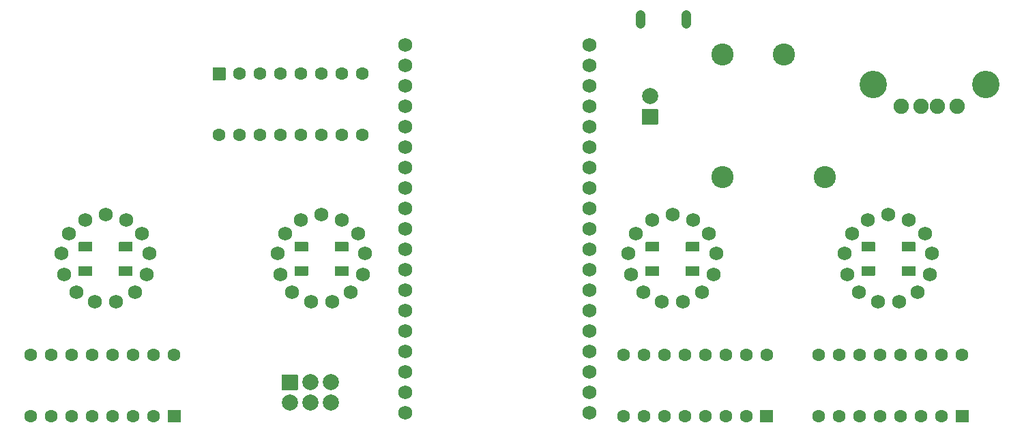
<source format=gts>
G04 Layer: TopSolderMaskLayer*
G04 EasyEDA v6.5.9, 2022-07-24 14:24:57*
G04 f987cc21297445cdbeb1743f52e6d1e3,55142d4dae0f4ab4aabfa0547b1eedf3,10*
G04 Gerber Generator version 0.2*
G04 Scale: 100 percent, Rotated: No, Reflected: No *
G04 Dimensions in millimeters *
G04 leading zeros omitted , absolute positions ,4 integer and 5 decimal *
%FSLAX45Y45*%
%MOMM*%

%ADD10C,1.1532*%
%ADD11C,2.0032*%
%ADD12C,1.9032*%
%ADD13C,3.4032*%
%ADD14C,1.7272*%
%ADD15C,1.6002*%
%ADD16C,2.7432*%
%ADD17C,0.0104*%

%LPD*%
D10*
X8505901Y-435899D02*
G01*
X8505901Y-325899D01*
X9070898Y-435899D02*
G01*
X9070898Y-325899D01*
D11*
G01*
X4660900Y-5143500D03*
G01*
X4660900Y-4889500D03*
G01*
X4406900Y-5143500D03*
G01*
X4406900Y-4889500D03*
G01*
X4152900Y-5143500D03*
G36*
X4062900Y-4989659D02*
G01*
X4059852Y-4989151D01*
X4056804Y-4987627D01*
X4054772Y-4985595D01*
X4053248Y-4982547D01*
X4052740Y-4979499D01*
X4052824Y-4979415D01*
X4052824Y-4799584D01*
X4052740Y-4799500D01*
X4053248Y-4796452D01*
X4054772Y-4793404D01*
X4056804Y-4791372D01*
X4059852Y-4789848D01*
X4062900Y-4789340D01*
X4062984Y-4789423D01*
X4242815Y-4789423D01*
X4242899Y-4789340D01*
X4245947Y-4789848D01*
X4248995Y-4791372D01*
X4251027Y-4793404D01*
X4252551Y-4796452D01*
X4253059Y-4799500D01*
X4252975Y-4799584D01*
X4252975Y-4979415D01*
X4253059Y-4979499D01*
X4252551Y-4982547D01*
X4251027Y-4985595D01*
X4248995Y-4987627D01*
X4245947Y-4989151D01*
X4242899Y-4989659D01*
X4242815Y-4989576D01*
X4062984Y-4989576D01*
G37*
G01*
X8623300Y-1333500D03*
G36*
X8533300Y-1687659D02*
G01*
X8530252Y-1687151D01*
X8527204Y-1685627D01*
X8525172Y-1683595D01*
X8523648Y-1680547D01*
X8523140Y-1677499D01*
X8523224Y-1677415D01*
X8523224Y-1497584D01*
X8523140Y-1497500D01*
X8523648Y-1494452D01*
X8525172Y-1491404D01*
X8527204Y-1489372D01*
X8530252Y-1487848D01*
X8533300Y-1487340D01*
X8533384Y-1487423D01*
X8713215Y-1487423D01*
X8713299Y-1487340D01*
X8716347Y-1487848D01*
X8719395Y-1489372D01*
X8721427Y-1491404D01*
X8722951Y-1494452D01*
X8723459Y-1497500D01*
X8723375Y-1497584D01*
X8723375Y-1677415D01*
X8723459Y-1677499D01*
X8722951Y-1680547D01*
X8721427Y-1683595D01*
X8719395Y-1685627D01*
X8716347Y-1687151D01*
X8713299Y-1687659D01*
X8713215Y-1687576D01*
X8533384Y-1687576D01*
G37*
D12*
G01*
X12438379Y-1459356D03*
G01*
X12188443Y-1459356D03*
G01*
X11988545Y-1459356D03*
G01*
X11738356Y-1459356D03*
D13*
G01*
X11390375Y-1182243D03*
G01*
X12790424Y-1182243D03*
D14*
G01*
X5588000Y-5270500D03*
G01*
X5588000Y-5016500D03*
G01*
X5588000Y-4762500D03*
G01*
X5588000Y-4508500D03*
G01*
X5588000Y-4254500D03*
G01*
X5588000Y-4000500D03*
G01*
X5588000Y-3746500D03*
G01*
X5588000Y-3492500D03*
G01*
X5588000Y-3238500D03*
G01*
X5588000Y-2984500D03*
G01*
X5588000Y-2730500D03*
G01*
X5588000Y-2476500D03*
G01*
X5588000Y-2222500D03*
G01*
X5588000Y-1968500D03*
G01*
X5588000Y-1714500D03*
G01*
X5588000Y-1460500D03*
G01*
X5588000Y-1206500D03*
G01*
X5588000Y-952500D03*
G01*
X5588000Y-698500D03*
G01*
X7874000Y-698500D03*
G01*
X7874000Y-952500D03*
G01*
X7874000Y-1206500D03*
G01*
X7874000Y-1460500D03*
G01*
X7874000Y-1714500D03*
G01*
X7874000Y-1968500D03*
G01*
X7874000Y-2222500D03*
G01*
X7874000Y-2476500D03*
G01*
X7874000Y-2730500D03*
G01*
X7874000Y-2984500D03*
G01*
X7874000Y-3238500D03*
G01*
X7874000Y-3492500D03*
G01*
X7874000Y-3746500D03*
G01*
X7874000Y-4000500D03*
G01*
X7874000Y-4254500D03*
G01*
X7874000Y-4508500D03*
G01*
X7874000Y-4762500D03*
G01*
X7874000Y-5016500D03*
G01*
X7874000Y-5270500D03*
G36*
X2647950Y-5388610D02*
G01*
X2644902Y-5388102D01*
X2641854Y-5386578D01*
X2639822Y-5384545D01*
X2638297Y-5381497D01*
X2637790Y-5378450D01*
X2637790Y-5238750D01*
X2638297Y-5235702D01*
X2639822Y-5232654D01*
X2641854Y-5230621D01*
X2644902Y-5229097D01*
X2647950Y-5228589D01*
X2787650Y-5228589D01*
X2790697Y-5229097D01*
X2793745Y-5230621D01*
X2795777Y-5232654D01*
X2797302Y-5235702D01*
X2797809Y-5238750D01*
X2797809Y-5378450D01*
X2797302Y-5381497D01*
X2795777Y-5384545D01*
X2793745Y-5386578D01*
X2790697Y-5388102D01*
X2787650Y-5388610D01*
G37*
D15*
G01*
X2463800Y-5308600D03*
G01*
X2209800Y-5308600D03*
G01*
X1955800Y-5308600D03*
G01*
X1701800Y-5308600D03*
G01*
X1447800Y-5308600D03*
G01*
X1193800Y-5308600D03*
G01*
X939800Y-5308600D03*
G01*
X939800Y-4546600D03*
G01*
X1193800Y-4546600D03*
G01*
X1447800Y-4546600D03*
G01*
X1701800Y-4546600D03*
G01*
X1955800Y-4546600D03*
G01*
X2209800Y-4546600D03*
G01*
X2463800Y-4546600D03*
G01*
X2717800Y-4546600D03*
G36*
X3206750Y-1134110D02*
G01*
X3203702Y-1133602D01*
X3200654Y-1132078D01*
X3198622Y-1130045D01*
X3197097Y-1126997D01*
X3196590Y-1123950D01*
X3196590Y-984250D01*
X3197097Y-981202D01*
X3198622Y-978154D01*
X3200654Y-976121D01*
X3203702Y-974597D01*
X3206750Y-974089D01*
X3346450Y-974089D01*
X3349497Y-974597D01*
X3352545Y-976121D01*
X3354577Y-978154D01*
X3356102Y-981202D01*
X3356609Y-984250D01*
X3356609Y-1123950D01*
X3356102Y-1126997D01*
X3354577Y-1130045D01*
X3352545Y-1132078D01*
X3349497Y-1133602D01*
X3346450Y-1134110D01*
G37*
G01*
X3530600Y-1054100D03*
G01*
X3784600Y-1054100D03*
G01*
X4038600Y-1054100D03*
G01*
X4292600Y-1054100D03*
G01*
X4546600Y-1054100D03*
G01*
X4800600Y-1054100D03*
G01*
X5054600Y-1054100D03*
G01*
X5054600Y-1816100D03*
G01*
X4800600Y-1816100D03*
G01*
X4546600Y-1816100D03*
G01*
X4292600Y-1816100D03*
G01*
X4038600Y-1816100D03*
G01*
X3784600Y-1816100D03*
G01*
X3530600Y-1816100D03*
G01*
X3276600Y-1816100D03*
G36*
X10001250Y-5388610D02*
G01*
X9998202Y-5388102D01*
X9995154Y-5386578D01*
X9993122Y-5384545D01*
X9991597Y-5381497D01*
X9991090Y-5378450D01*
X9991090Y-5238750D01*
X9991597Y-5235702D01*
X9993122Y-5232654D01*
X9995154Y-5230621D01*
X9998202Y-5229097D01*
X10001250Y-5228589D01*
X10140950Y-5228589D01*
X10143997Y-5229097D01*
X10147045Y-5230621D01*
X10149077Y-5232654D01*
X10150602Y-5235702D01*
X10151109Y-5238750D01*
X10151109Y-5378450D01*
X10150602Y-5381497D01*
X10149077Y-5384545D01*
X10147045Y-5386578D01*
X10143997Y-5388102D01*
X10140950Y-5388610D01*
G37*
G01*
X9817100Y-5308600D03*
G01*
X9563100Y-5308600D03*
G01*
X9309100Y-5308600D03*
G01*
X9055100Y-5308600D03*
G01*
X8801100Y-5308600D03*
G01*
X8547100Y-5308600D03*
G01*
X8293100Y-5308600D03*
G01*
X8293100Y-4546600D03*
G01*
X8547100Y-4546600D03*
G01*
X8801100Y-4546600D03*
G01*
X9055100Y-4546600D03*
G01*
X9309100Y-4546600D03*
G01*
X9563100Y-4546600D03*
G01*
X9817100Y-4546600D03*
G01*
X10071100Y-4546600D03*
G36*
X12426950Y-5388610D02*
G01*
X12423902Y-5388102D01*
X12420854Y-5386578D01*
X12418822Y-5384545D01*
X12417297Y-5381497D01*
X12416790Y-5378450D01*
X12416790Y-5238750D01*
X12417297Y-5235702D01*
X12418822Y-5232654D01*
X12420854Y-5230621D01*
X12423902Y-5229097D01*
X12426950Y-5228589D01*
X12566650Y-5228589D01*
X12569697Y-5229097D01*
X12572745Y-5230621D01*
X12574777Y-5232654D01*
X12576302Y-5235702D01*
X12576809Y-5238750D01*
X12576809Y-5378450D01*
X12576302Y-5381497D01*
X12574777Y-5384545D01*
X12572745Y-5386578D01*
X12569697Y-5388102D01*
X12566650Y-5388610D01*
G37*
G01*
X12242800Y-5308600D03*
G01*
X11988800Y-5308600D03*
G01*
X11734800Y-5308600D03*
G01*
X11480800Y-5308600D03*
G01*
X11226800Y-5308600D03*
G01*
X10972800Y-5308600D03*
G01*
X10718800Y-5308600D03*
G01*
X10718800Y-4546600D03*
G01*
X10972800Y-4546600D03*
G01*
X11226800Y-4546600D03*
G01*
X11480800Y-4546600D03*
G01*
X11734800Y-4546600D03*
G01*
X11988800Y-4546600D03*
G01*
X12242800Y-4546600D03*
G01*
X12496800Y-4546600D03*
D16*
G01*
X9521697Y-2336800D03*
G01*
X9521697Y-814831D03*
G01*
X10287000Y-812800D03*
G01*
X10795000Y-2336800D03*
G36*
X1541906Y-3262985D02*
G01*
X1538859Y-3262477D01*
X1535811Y-3260953D01*
X1533779Y-3258921D01*
X1532254Y-3255873D01*
X1531746Y-3252825D01*
X1531873Y-3252723D01*
X1531873Y-3152902D01*
X1531746Y-3152800D01*
X1532254Y-3149752D01*
X1533779Y-3146704D01*
X1535811Y-3144672D01*
X1538859Y-3143148D01*
X1541906Y-3142640D01*
X1542034Y-3142742D01*
X1691894Y-3142742D01*
X1691919Y-3142640D01*
X1694967Y-3143148D01*
X1698015Y-3144672D01*
X1700047Y-3146704D01*
X1701571Y-3149752D01*
X1702079Y-3152800D01*
X1702054Y-3152902D01*
X1702054Y-3252723D01*
X1702079Y-3252825D01*
X1701571Y-3255873D01*
X1700047Y-3258921D01*
X1698015Y-3260953D01*
X1694967Y-3262477D01*
X1691919Y-3262985D01*
X1691894Y-3262884D01*
X1542034Y-3262884D01*
G37*
G36*
X1541906Y-3562959D02*
G01*
X1538859Y-3562451D01*
X1535811Y-3560927D01*
X1533779Y-3558895D01*
X1532254Y-3555847D01*
X1531746Y-3552799D01*
X1531873Y-3552697D01*
X1531873Y-3452876D01*
X1531746Y-3452799D01*
X1532254Y-3449751D01*
X1533779Y-3446703D01*
X1535811Y-3444671D01*
X1538859Y-3443147D01*
X1541906Y-3442639D01*
X1542034Y-3442715D01*
X1691894Y-3442715D01*
X1691919Y-3442639D01*
X1694967Y-3443147D01*
X1698015Y-3444671D01*
X1700047Y-3446703D01*
X1701571Y-3449751D01*
X1702079Y-3452799D01*
X1702054Y-3452876D01*
X1702054Y-3552697D01*
X1702079Y-3552799D01*
X1701571Y-3555847D01*
X1700047Y-3558895D01*
X1698015Y-3560927D01*
X1694967Y-3562451D01*
X1691919Y-3562959D01*
X1691894Y-3562857D01*
X1542034Y-3562857D01*
G37*
G36*
X2041906Y-3562959D02*
G01*
X2038858Y-3562451D01*
X2035810Y-3560927D01*
X2033778Y-3558895D01*
X2032254Y-3555847D01*
X2031746Y-3552799D01*
X2031745Y-3552697D01*
X2031745Y-3452876D01*
X2031746Y-3452799D01*
X2032254Y-3449751D01*
X2033778Y-3446703D01*
X2035810Y-3444671D01*
X2038858Y-3443147D01*
X2041906Y-3442639D01*
X2041906Y-3442715D01*
X2192020Y-3442715D01*
X2191918Y-3442639D01*
X2194966Y-3443147D01*
X2198014Y-3444671D01*
X2200046Y-3446703D01*
X2201570Y-3449751D01*
X2202078Y-3452799D01*
X2202179Y-3452876D01*
X2202179Y-3552697D01*
X2202078Y-3552799D01*
X2201570Y-3555847D01*
X2200046Y-3558895D01*
X2198014Y-3560927D01*
X2194966Y-3562451D01*
X2191918Y-3562959D01*
X2192020Y-3562857D01*
X2041906Y-3562857D01*
G37*
G36*
X2041906Y-3262960D02*
G01*
X2038858Y-3262452D01*
X2035810Y-3260928D01*
X2033778Y-3258896D01*
X2032254Y-3255848D01*
X2031746Y-3252800D01*
X2031745Y-3252723D01*
X2031745Y-3152902D01*
X2031746Y-3152800D01*
X2032254Y-3149752D01*
X2033778Y-3146704D01*
X2035810Y-3144672D01*
X2038858Y-3143148D01*
X2041906Y-3142640D01*
X2041906Y-3142742D01*
X2192020Y-3142742D01*
X2191918Y-3142640D01*
X2194966Y-3143148D01*
X2198014Y-3144672D01*
X2200046Y-3146704D01*
X2201570Y-3149752D01*
X2202078Y-3152800D01*
X2202179Y-3152902D01*
X2202179Y-3252723D01*
X2202078Y-3252800D01*
X2201570Y-3255848D01*
X2200046Y-3258896D01*
X2198014Y-3260928D01*
X2194966Y-3262452D01*
X2191918Y-3262960D01*
X2192020Y-3262884D01*
X2041906Y-3262884D01*
G37*
G36*
X4221606Y-3262985D02*
G01*
X4218559Y-3262477D01*
X4215511Y-3260953D01*
X4213479Y-3258921D01*
X4211954Y-3255873D01*
X4211447Y-3252825D01*
X4211574Y-3252723D01*
X4211574Y-3152902D01*
X4211447Y-3152800D01*
X4211954Y-3149752D01*
X4213479Y-3146704D01*
X4215511Y-3144672D01*
X4218559Y-3143148D01*
X4221606Y-3142640D01*
X4221734Y-3142742D01*
X4371593Y-3142742D01*
X4371619Y-3142640D01*
X4374667Y-3143148D01*
X4377715Y-3144672D01*
X4379747Y-3146704D01*
X4381271Y-3149752D01*
X4381779Y-3152800D01*
X4381754Y-3152902D01*
X4381754Y-3252723D01*
X4381779Y-3252825D01*
X4381271Y-3255873D01*
X4379747Y-3258921D01*
X4377715Y-3260953D01*
X4374667Y-3262477D01*
X4371619Y-3262985D01*
X4371593Y-3262884D01*
X4221734Y-3262884D01*
G37*
G36*
X4221606Y-3562959D02*
G01*
X4218559Y-3562451D01*
X4215511Y-3560927D01*
X4213479Y-3558895D01*
X4211954Y-3555847D01*
X4211447Y-3552799D01*
X4211574Y-3552697D01*
X4211574Y-3452876D01*
X4211447Y-3452799D01*
X4211954Y-3449751D01*
X4213479Y-3446703D01*
X4215511Y-3444671D01*
X4218559Y-3443147D01*
X4221606Y-3442639D01*
X4221734Y-3442715D01*
X4371593Y-3442715D01*
X4371619Y-3442639D01*
X4374667Y-3443147D01*
X4377715Y-3444671D01*
X4379747Y-3446703D01*
X4381271Y-3449751D01*
X4381779Y-3452799D01*
X4381754Y-3452876D01*
X4381754Y-3552697D01*
X4381779Y-3552799D01*
X4381271Y-3555847D01*
X4379747Y-3558895D01*
X4377715Y-3560927D01*
X4374667Y-3562451D01*
X4371619Y-3562959D01*
X4371593Y-3562857D01*
X4221734Y-3562857D01*
G37*
G36*
X4721606Y-3562959D02*
G01*
X4718558Y-3562451D01*
X4715510Y-3560927D01*
X4713478Y-3558895D01*
X4711954Y-3555847D01*
X4711446Y-3552799D01*
X4711445Y-3552697D01*
X4711445Y-3452876D01*
X4711446Y-3452799D01*
X4711954Y-3449751D01*
X4713478Y-3446703D01*
X4715510Y-3444671D01*
X4718558Y-3443147D01*
X4721606Y-3442639D01*
X4721606Y-3442715D01*
X4871720Y-3442715D01*
X4871618Y-3442639D01*
X4874666Y-3443147D01*
X4877714Y-3444671D01*
X4879746Y-3446703D01*
X4881270Y-3449751D01*
X4881778Y-3452799D01*
X4881879Y-3452876D01*
X4881879Y-3552697D01*
X4881778Y-3552799D01*
X4881270Y-3555847D01*
X4879746Y-3558895D01*
X4877714Y-3560927D01*
X4874666Y-3562451D01*
X4871618Y-3562959D01*
X4871720Y-3562857D01*
X4721606Y-3562857D01*
G37*
G36*
X4721606Y-3262960D02*
G01*
X4718558Y-3262452D01*
X4715510Y-3260928D01*
X4713478Y-3258896D01*
X4711954Y-3255848D01*
X4711446Y-3252800D01*
X4711445Y-3252723D01*
X4711445Y-3152902D01*
X4711446Y-3152800D01*
X4711954Y-3149752D01*
X4713478Y-3146704D01*
X4715510Y-3144672D01*
X4718558Y-3143148D01*
X4721606Y-3142640D01*
X4721606Y-3142742D01*
X4871720Y-3142742D01*
X4871618Y-3142640D01*
X4874666Y-3143148D01*
X4877714Y-3144672D01*
X4879746Y-3146704D01*
X4881270Y-3149752D01*
X4881778Y-3152800D01*
X4881879Y-3152902D01*
X4881879Y-3252723D01*
X4881778Y-3252800D01*
X4881270Y-3255848D01*
X4879746Y-3258896D01*
X4877714Y-3260928D01*
X4874666Y-3262452D01*
X4871618Y-3262960D01*
X4871720Y-3262884D01*
X4721606Y-3262884D01*
G37*
G36*
X8577706Y-3262985D02*
G01*
X8574659Y-3262477D01*
X8571611Y-3260953D01*
X8569579Y-3258921D01*
X8568054Y-3255873D01*
X8567547Y-3252825D01*
X8567674Y-3252723D01*
X8567674Y-3152902D01*
X8567547Y-3152800D01*
X8568054Y-3149752D01*
X8569579Y-3146704D01*
X8571611Y-3144672D01*
X8574659Y-3143148D01*
X8577706Y-3142640D01*
X8577834Y-3142742D01*
X8727693Y-3142742D01*
X8727719Y-3142640D01*
X8730767Y-3143148D01*
X8733815Y-3144672D01*
X8735847Y-3146704D01*
X8737371Y-3149752D01*
X8737879Y-3152800D01*
X8737854Y-3152902D01*
X8737854Y-3252723D01*
X8737879Y-3252825D01*
X8737371Y-3255873D01*
X8735847Y-3258921D01*
X8733815Y-3260953D01*
X8730767Y-3262477D01*
X8727719Y-3262985D01*
X8727693Y-3262884D01*
X8577834Y-3262884D01*
G37*
G36*
X8577706Y-3562959D02*
G01*
X8574659Y-3562451D01*
X8571611Y-3560927D01*
X8569579Y-3558895D01*
X8568054Y-3555847D01*
X8567547Y-3552799D01*
X8567674Y-3552697D01*
X8567674Y-3452876D01*
X8567547Y-3452799D01*
X8568054Y-3449751D01*
X8569579Y-3446703D01*
X8571611Y-3444671D01*
X8574659Y-3443147D01*
X8577706Y-3442639D01*
X8577834Y-3442715D01*
X8727693Y-3442715D01*
X8727719Y-3442639D01*
X8730767Y-3443147D01*
X8733815Y-3444671D01*
X8735847Y-3446703D01*
X8737371Y-3449751D01*
X8737879Y-3452799D01*
X8737854Y-3452876D01*
X8737854Y-3552697D01*
X8737879Y-3552799D01*
X8737371Y-3555847D01*
X8735847Y-3558895D01*
X8733815Y-3560927D01*
X8730767Y-3562451D01*
X8727719Y-3562959D01*
X8727693Y-3562857D01*
X8577834Y-3562857D01*
G37*
G36*
X9077706Y-3562959D02*
G01*
X9074658Y-3562451D01*
X9071610Y-3560927D01*
X9069578Y-3558895D01*
X9068054Y-3555847D01*
X9067546Y-3552799D01*
X9067545Y-3552697D01*
X9067545Y-3452876D01*
X9067546Y-3452799D01*
X9068054Y-3449751D01*
X9069578Y-3446703D01*
X9071610Y-3444671D01*
X9074658Y-3443147D01*
X9077706Y-3442639D01*
X9077706Y-3442715D01*
X9227820Y-3442715D01*
X9227718Y-3442639D01*
X9230766Y-3443147D01*
X9233814Y-3444671D01*
X9235846Y-3446703D01*
X9237370Y-3449751D01*
X9237878Y-3452799D01*
X9237979Y-3452876D01*
X9237979Y-3552697D01*
X9237878Y-3552799D01*
X9237370Y-3555847D01*
X9235846Y-3558895D01*
X9233814Y-3560927D01*
X9230766Y-3562451D01*
X9227718Y-3562959D01*
X9227820Y-3562857D01*
X9077706Y-3562857D01*
G37*
G36*
X9077706Y-3262960D02*
G01*
X9074658Y-3262452D01*
X9071610Y-3260928D01*
X9069578Y-3258896D01*
X9068054Y-3255848D01*
X9067546Y-3252800D01*
X9067545Y-3252723D01*
X9067545Y-3152902D01*
X9067546Y-3152800D01*
X9068054Y-3149752D01*
X9069578Y-3146704D01*
X9071610Y-3144672D01*
X9074658Y-3143148D01*
X9077706Y-3142640D01*
X9077706Y-3142742D01*
X9227820Y-3142742D01*
X9227718Y-3142640D01*
X9230766Y-3143148D01*
X9233814Y-3144672D01*
X9235846Y-3146704D01*
X9237370Y-3149752D01*
X9237878Y-3152800D01*
X9237979Y-3152902D01*
X9237979Y-3252723D01*
X9237878Y-3252800D01*
X9237370Y-3255848D01*
X9235846Y-3258896D01*
X9233814Y-3260928D01*
X9230766Y-3262452D01*
X9227718Y-3262960D01*
X9227820Y-3262884D01*
X9077706Y-3262884D01*
G37*
G36*
X11257406Y-3262985D02*
G01*
X11254359Y-3262477D01*
X11251311Y-3260953D01*
X11249279Y-3258921D01*
X11247754Y-3255873D01*
X11247247Y-3252825D01*
X11247374Y-3252723D01*
X11247374Y-3152902D01*
X11247247Y-3152800D01*
X11247754Y-3149752D01*
X11249279Y-3146704D01*
X11251311Y-3144672D01*
X11254359Y-3143148D01*
X11257406Y-3142640D01*
X11257534Y-3142742D01*
X11407393Y-3142742D01*
X11407419Y-3142640D01*
X11410467Y-3143148D01*
X11413515Y-3144672D01*
X11415547Y-3146704D01*
X11417071Y-3149752D01*
X11417579Y-3152800D01*
X11417554Y-3152902D01*
X11417554Y-3252723D01*
X11417579Y-3252825D01*
X11417071Y-3255873D01*
X11415547Y-3258921D01*
X11413515Y-3260953D01*
X11410467Y-3262477D01*
X11407419Y-3262985D01*
X11407393Y-3262884D01*
X11257534Y-3262884D01*
G37*
G36*
X11257406Y-3562959D02*
G01*
X11254359Y-3562451D01*
X11251311Y-3560927D01*
X11249279Y-3558895D01*
X11247754Y-3555847D01*
X11247247Y-3552799D01*
X11247374Y-3552697D01*
X11247374Y-3452876D01*
X11247247Y-3452799D01*
X11247754Y-3449751D01*
X11249279Y-3446703D01*
X11251311Y-3444671D01*
X11254359Y-3443147D01*
X11257406Y-3442639D01*
X11257534Y-3442715D01*
X11407393Y-3442715D01*
X11407419Y-3442639D01*
X11410467Y-3443147D01*
X11413515Y-3444671D01*
X11415547Y-3446703D01*
X11417071Y-3449751D01*
X11417579Y-3452799D01*
X11417554Y-3452876D01*
X11417554Y-3552697D01*
X11417579Y-3552799D01*
X11417071Y-3555847D01*
X11415547Y-3558895D01*
X11413515Y-3560927D01*
X11410467Y-3562451D01*
X11407419Y-3562959D01*
X11407393Y-3562857D01*
X11257534Y-3562857D01*
G37*
G36*
X11757406Y-3562959D02*
G01*
X11754358Y-3562451D01*
X11751310Y-3560927D01*
X11749278Y-3558895D01*
X11747754Y-3555847D01*
X11747246Y-3552799D01*
X11747245Y-3552697D01*
X11747245Y-3452876D01*
X11747246Y-3452799D01*
X11747754Y-3449751D01*
X11749278Y-3446703D01*
X11751310Y-3444671D01*
X11754358Y-3443147D01*
X11757406Y-3442639D01*
X11757406Y-3442715D01*
X11907520Y-3442715D01*
X11907418Y-3442639D01*
X11910466Y-3443147D01*
X11913514Y-3444671D01*
X11915546Y-3446703D01*
X11917070Y-3449751D01*
X11917578Y-3452799D01*
X11917679Y-3452876D01*
X11917679Y-3552697D01*
X11917578Y-3552799D01*
X11917070Y-3555847D01*
X11915546Y-3558895D01*
X11913514Y-3560927D01*
X11910466Y-3562451D01*
X11907418Y-3562959D01*
X11907520Y-3562857D01*
X11757406Y-3562857D01*
G37*
G36*
X11757406Y-3262960D02*
G01*
X11754358Y-3262452D01*
X11751310Y-3260928D01*
X11749278Y-3258896D01*
X11747754Y-3255848D01*
X11747246Y-3252800D01*
X11747245Y-3252723D01*
X11747245Y-3152902D01*
X11747246Y-3152800D01*
X11747754Y-3149752D01*
X11749278Y-3146704D01*
X11751310Y-3144672D01*
X11754358Y-3143148D01*
X11757406Y-3142640D01*
X11757406Y-3142742D01*
X11907520Y-3142742D01*
X11907418Y-3142640D01*
X11910466Y-3143148D01*
X11913514Y-3144672D01*
X11915546Y-3146704D01*
X11917070Y-3149752D01*
X11917578Y-3152800D01*
X11917679Y-3152902D01*
X11917679Y-3252723D01*
X11917578Y-3252800D01*
X11917070Y-3255848D01*
X11915546Y-3258896D01*
X11913514Y-3260928D01*
X11910466Y-3262452D01*
X11907418Y-3262960D01*
X11907520Y-3262884D01*
X11757406Y-3262884D01*
G37*
D14*
G01*
X1866900Y-2804160D03*
G01*
X2120900Y-2867660D03*
G01*
X2319020Y-3040379D03*
G01*
X2410459Y-3289300D03*
G01*
X2379979Y-3548379D03*
G01*
X2230120Y-3764279D03*
G01*
X1998979Y-3886200D03*
G01*
X1734820Y-3886200D03*
G01*
X1503679Y-3764279D03*
G01*
X1353820Y-3548379D03*
G01*
X1323339Y-3286760D03*
G01*
X1414779Y-3040379D03*
G01*
X1612900Y-2867660D03*
G01*
X4546600Y-2804160D03*
G01*
X4800600Y-2867660D03*
G01*
X4998720Y-3040379D03*
G01*
X5090159Y-3289300D03*
G01*
X5059679Y-3548379D03*
G01*
X4909820Y-3764279D03*
G01*
X4678679Y-3886200D03*
G01*
X4414520Y-3886200D03*
G01*
X4183379Y-3764279D03*
G01*
X4033520Y-3548379D03*
G01*
X4003040Y-3286760D03*
G01*
X4094479Y-3040379D03*
G01*
X4292600Y-2867660D03*
G01*
X8902700Y-2804160D03*
G01*
X9156700Y-2867660D03*
G01*
X9354820Y-3040379D03*
G01*
X9446259Y-3289300D03*
G01*
X9415779Y-3548379D03*
G01*
X9265920Y-3764279D03*
G01*
X9034779Y-3886200D03*
G01*
X8770620Y-3886200D03*
G01*
X8539479Y-3764279D03*
G01*
X8389620Y-3548379D03*
G01*
X8359140Y-3286760D03*
G01*
X8450579Y-3040379D03*
G01*
X8648700Y-2867660D03*
G01*
X11582400Y-2804160D03*
G01*
X11836400Y-2867660D03*
G01*
X12034520Y-3040379D03*
G01*
X12125959Y-3289300D03*
G01*
X12095479Y-3548379D03*
G01*
X11945620Y-3764279D03*
G01*
X11714479Y-3886200D03*
G01*
X11450320Y-3886200D03*
G01*
X11219179Y-3764279D03*
G01*
X11069320Y-3548379D03*
G01*
X11038840Y-3286760D03*
G01*
X11130279Y-3040379D03*
G01*
X11328400Y-2867660D03*
M02*

</source>
